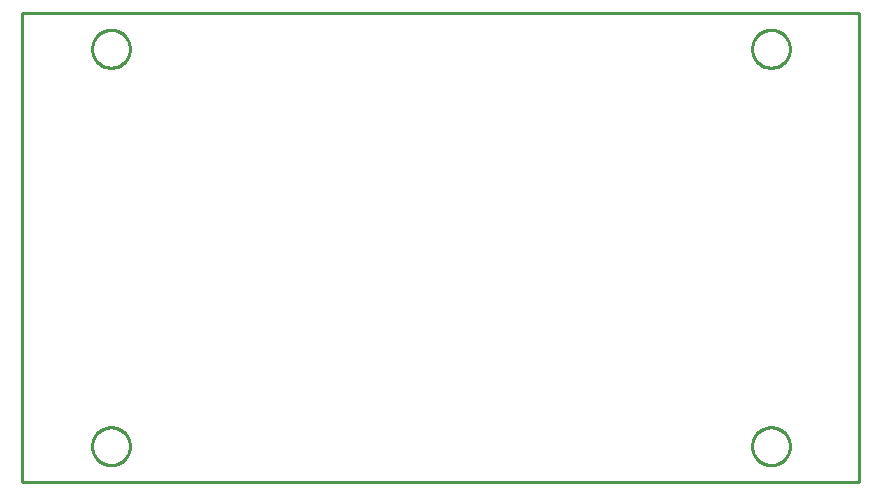
<source format=gbr>
G04 EAGLE Gerber RS-274X export*
G75*
%MOMM*%
%FSLAX34Y34*%
%LPD*%
%IN*%
%IPPOS*%
%AMOC8*
5,1,8,0,0,1.08239X$1,22.5*%
G01*
%ADD10C,0.254000*%


D10*
X0Y0D02*
X708000Y0D01*
X708000Y396500D01*
X0Y396500D01*
X0Y0D01*
X91000Y365976D02*
X90932Y364931D01*
X90795Y363892D01*
X90590Y362865D01*
X90319Y361853D01*
X89983Y360861D01*
X89582Y359893D01*
X89118Y358954D01*
X88595Y358046D01*
X88013Y357175D01*
X87375Y356344D01*
X86684Y355557D01*
X85943Y354816D01*
X85156Y354125D01*
X84325Y353488D01*
X83454Y352906D01*
X82546Y352382D01*
X81607Y351918D01*
X80639Y351517D01*
X79647Y351181D01*
X78635Y350910D01*
X77608Y350705D01*
X76569Y350569D01*
X75524Y350500D01*
X74476Y350500D01*
X73431Y350569D01*
X72392Y350705D01*
X71365Y350910D01*
X70353Y351181D01*
X69361Y351517D01*
X68393Y351918D01*
X67454Y352382D01*
X66546Y352906D01*
X65675Y353488D01*
X64844Y354125D01*
X64057Y354816D01*
X63316Y355557D01*
X62625Y356344D01*
X61988Y357175D01*
X61406Y358046D01*
X60882Y358954D01*
X60418Y359893D01*
X60017Y360861D01*
X59681Y361853D01*
X59410Y362865D01*
X59205Y363892D01*
X59069Y364931D01*
X59000Y365976D01*
X59000Y367024D01*
X59069Y368069D01*
X59205Y369108D01*
X59410Y370135D01*
X59681Y371147D01*
X60017Y372139D01*
X60418Y373107D01*
X60882Y374046D01*
X61406Y374954D01*
X61988Y375825D01*
X62625Y376656D01*
X63316Y377443D01*
X64057Y378184D01*
X64844Y378875D01*
X65675Y379513D01*
X66546Y380095D01*
X67454Y380618D01*
X68393Y381082D01*
X69361Y381483D01*
X70353Y381819D01*
X71365Y382090D01*
X72392Y382295D01*
X73431Y382432D01*
X74476Y382500D01*
X75524Y382500D01*
X76569Y382432D01*
X77608Y382295D01*
X78635Y382090D01*
X79647Y381819D01*
X80639Y381483D01*
X81607Y381082D01*
X82546Y380618D01*
X83454Y380095D01*
X84325Y379513D01*
X85156Y378875D01*
X85943Y378184D01*
X86684Y377443D01*
X87375Y376656D01*
X88013Y375825D01*
X88595Y374954D01*
X89118Y374046D01*
X89582Y373107D01*
X89983Y372139D01*
X90319Y371147D01*
X90590Y370135D01*
X90795Y369108D01*
X90932Y368069D01*
X91000Y367024D01*
X91000Y365976D01*
X91000Y29476D02*
X90932Y28431D01*
X90795Y27392D01*
X90590Y26365D01*
X90319Y25353D01*
X89983Y24361D01*
X89582Y23393D01*
X89118Y22454D01*
X88595Y21546D01*
X88013Y20675D01*
X87375Y19844D01*
X86684Y19057D01*
X85943Y18316D01*
X85156Y17625D01*
X84325Y16988D01*
X83454Y16406D01*
X82546Y15882D01*
X81607Y15418D01*
X80639Y15017D01*
X79647Y14681D01*
X78635Y14410D01*
X77608Y14205D01*
X76569Y14069D01*
X75524Y14000D01*
X74476Y14000D01*
X73431Y14069D01*
X72392Y14205D01*
X71365Y14410D01*
X70353Y14681D01*
X69361Y15017D01*
X68393Y15418D01*
X67454Y15882D01*
X66546Y16406D01*
X65675Y16988D01*
X64844Y17625D01*
X64057Y18316D01*
X63316Y19057D01*
X62625Y19844D01*
X61988Y20675D01*
X61406Y21546D01*
X60882Y22454D01*
X60418Y23393D01*
X60017Y24361D01*
X59681Y25353D01*
X59410Y26365D01*
X59205Y27392D01*
X59069Y28431D01*
X59000Y29476D01*
X59000Y30524D01*
X59069Y31569D01*
X59205Y32608D01*
X59410Y33635D01*
X59681Y34647D01*
X60017Y35639D01*
X60418Y36607D01*
X60882Y37546D01*
X61406Y38454D01*
X61988Y39325D01*
X62625Y40156D01*
X63316Y40943D01*
X64057Y41684D01*
X64844Y42375D01*
X65675Y43013D01*
X66546Y43595D01*
X67454Y44118D01*
X68393Y44582D01*
X69361Y44983D01*
X70353Y45319D01*
X71365Y45590D01*
X72392Y45795D01*
X73431Y45932D01*
X74476Y46000D01*
X75524Y46000D01*
X76569Y45932D01*
X77608Y45795D01*
X78635Y45590D01*
X79647Y45319D01*
X80639Y44983D01*
X81607Y44582D01*
X82546Y44118D01*
X83454Y43595D01*
X84325Y43013D01*
X85156Y42375D01*
X85943Y41684D01*
X86684Y40943D01*
X87375Y40156D01*
X88013Y39325D01*
X88595Y38454D01*
X89118Y37546D01*
X89582Y36607D01*
X89983Y35639D01*
X90319Y34647D01*
X90590Y33635D01*
X90795Y32608D01*
X90932Y31569D01*
X91000Y30524D01*
X91000Y29476D01*
X649800Y365976D02*
X649732Y364931D01*
X649595Y363892D01*
X649390Y362865D01*
X649119Y361853D01*
X648783Y360861D01*
X648382Y359893D01*
X647918Y358954D01*
X647395Y358046D01*
X646813Y357175D01*
X646175Y356344D01*
X645484Y355557D01*
X644743Y354816D01*
X643956Y354125D01*
X643125Y353488D01*
X642254Y352906D01*
X641346Y352382D01*
X640407Y351918D01*
X639439Y351517D01*
X638447Y351181D01*
X637435Y350910D01*
X636408Y350705D01*
X635369Y350569D01*
X634324Y350500D01*
X633276Y350500D01*
X632231Y350569D01*
X631192Y350705D01*
X630165Y350910D01*
X629153Y351181D01*
X628161Y351517D01*
X627193Y351918D01*
X626254Y352382D01*
X625346Y352906D01*
X624475Y353488D01*
X623644Y354125D01*
X622857Y354816D01*
X622116Y355557D01*
X621425Y356344D01*
X620788Y357175D01*
X620206Y358046D01*
X619682Y358954D01*
X619218Y359893D01*
X618817Y360861D01*
X618481Y361853D01*
X618210Y362865D01*
X618005Y363892D01*
X617869Y364931D01*
X617800Y365976D01*
X617800Y367024D01*
X617869Y368069D01*
X618005Y369108D01*
X618210Y370135D01*
X618481Y371147D01*
X618817Y372139D01*
X619218Y373107D01*
X619682Y374046D01*
X620206Y374954D01*
X620788Y375825D01*
X621425Y376656D01*
X622116Y377443D01*
X622857Y378184D01*
X623644Y378875D01*
X624475Y379513D01*
X625346Y380095D01*
X626254Y380618D01*
X627193Y381082D01*
X628161Y381483D01*
X629153Y381819D01*
X630165Y382090D01*
X631192Y382295D01*
X632231Y382432D01*
X633276Y382500D01*
X634324Y382500D01*
X635369Y382432D01*
X636408Y382295D01*
X637435Y382090D01*
X638447Y381819D01*
X639439Y381483D01*
X640407Y381082D01*
X641346Y380618D01*
X642254Y380095D01*
X643125Y379513D01*
X643956Y378875D01*
X644743Y378184D01*
X645484Y377443D01*
X646175Y376656D01*
X646813Y375825D01*
X647395Y374954D01*
X647918Y374046D01*
X648382Y373107D01*
X648783Y372139D01*
X649119Y371147D01*
X649390Y370135D01*
X649595Y369108D01*
X649732Y368069D01*
X649800Y367024D01*
X649800Y365976D01*
X649800Y29476D02*
X649732Y28431D01*
X649595Y27392D01*
X649390Y26365D01*
X649119Y25353D01*
X648783Y24361D01*
X648382Y23393D01*
X647918Y22454D01*
X647395Y21546D01*
X646813Y20675D01*
X646175Y19844D01*
X645484Y19057D01*
X644743Y18316D01*
X643956Y17625D01*
X643125Y16988D01*
X642254Y16406D01*
X641346Y15882D01*
X640407Y15418D01*
X639439Y15017D01*
X638447Y14681D01*
X637435Y14410D01*
X636408Y14205D01*
X635369Y14069D01*
X634324Y14000D01*
X633276Y14000D01*
X632231Y14069D01*
X631192Y14205D01*
X630165Y14410D01*
X629153Y14681D01*
X628161Y15017D01*
X627193Y15418D01*
X626254Y15882D01*
X625346Y16406D01*
X624475Y16988D01*
X623644Y17625D01*
X622857Y18316D01*
X622116Y19057D01*
X621425Y19844D01*
X620788Y20675D01*
X620206Y21546D01*
X619682Y22454D01*
X619218Y23393D01*
X618817Y24361D01*
X618481Y25353D01*
X618210Y26365D01*
X618005Y27392D01*
X617869Y28431D01*
X617800Y29476D01*
X617800Y30524D01*
X617869Y31569D01*
X618005Y32608D01*
X618210Y33635D01*
X618481Y34647D01*
X618817Y35639D01*
X619218Y36607D01*
X619682Y37546D01*
X620206Y38454D01*
X620788Y39325D01*
X621425Y40156D01*
X622116Y40943D01*
X622857Y41684D01*
X623644Y42375D01*
X624475Y43013D01*
X625346Y43595D01*
X626254Y44118D01*
X627193Y44582D01*
X628161Y44983D01*
X629153Y45319D01*
X630165Y45590D01*
X631192Y45795D01*
X632231Y45932D01*
X633276Y46000D01*
X634324Y46000D01*
X635369Y45932D01*
X636408Y45795D01*
X637435Y45590D01*
X638447Y45319D01*
X639439Y44983D01*
X640407Y44582D01*
X641346Y44118D01*
X642254Y43595D01*
X643125Y43013D01*
X643956Y42375D01*
X644743Y41684D01*
X645484Y40943D01*
X646175Y40156D01*
X646813Y39325D01*
X647395Y38454D01*
X647918Y37546D01*
X648382Y36607D01*
X648783Y35639D01*
X649119Y34647D01*
X649390Y33635D01*
X649595Y32608D01*
X649732Y31569D01*
X649800Y30524D01*
X649800Y29476D01*
M02*

</source>
